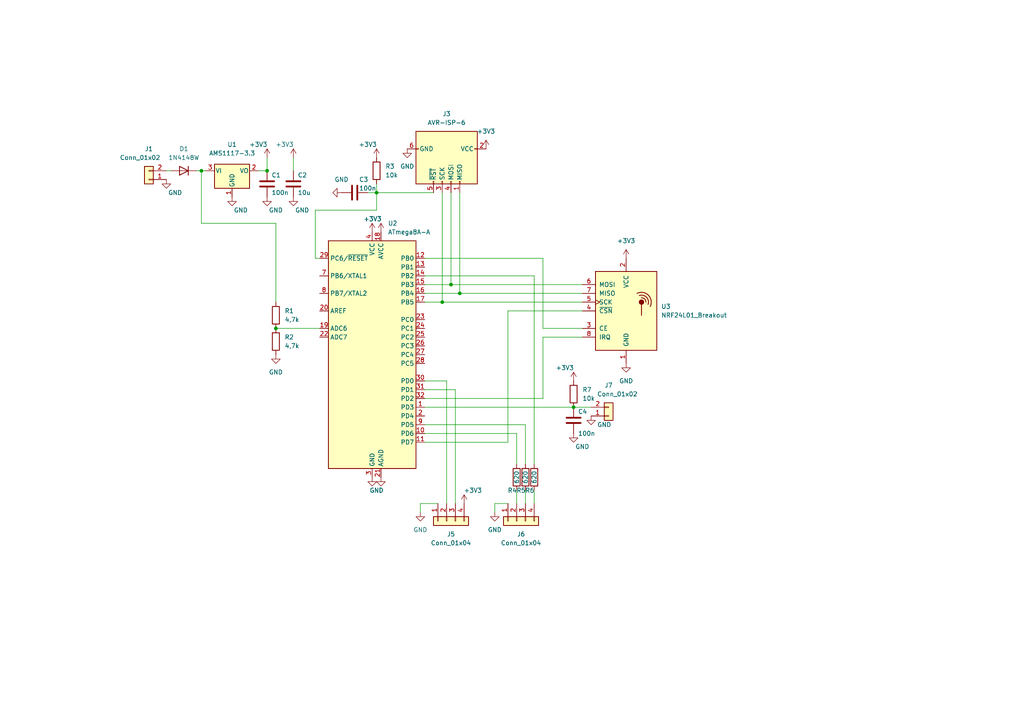
<source format=kicad_sch>
(kicad_sch (version 20211123) (generator eeschema)
  (paper "A4")
  (lib_symbols
    (symbol "Connector:AVR-ISP-6" (pin_names (offset 1.016))
      (property "Reference" "J" (at -6.35 11.43 0))
      (property "Value" "AVR-ISP-6" (at 0 11.43 0))
      (symbol "AVR-ISP-6_0_1"
        (rectangle (start -2.667 -6.858) (end -2.413 -7.62))
        (rectangle (start -2.667 10.16) (end -2.413 9.398))
        (rectangle (start 7.62 -2.413) (end 6.858 -2.667))
        (rectangle (start 7.62 0.127) (end 6.858 -0.127))
        (rectangle (start 7.62 2.667) (end 6.858 2.413))
        (rectangle (start 7.62 5.207) (end 6.858 4.953))
        (rectangle (start 7.62 10.16) (end -7.62 -7.62) (stroke (width 0.254)) (fill (type background)))
      )
      (symbol "AVR-ISP-6_1_1"
        (pin passive line (at 10.16 5.08 180) (length 2.54) (name "MISO") (number "1"))
        (pin passive line (at -2.54 12.7 270) (length 2.54) (name "VCC") (number "2"))
        (pin passive line (at 10.16 0 180) (length 2.54) (name "SCK") (number "3"))
        (pin passive line (at 10.16 2.54 180) (length 2.54) (name "MOSI") (number "4"))
        (pin passive line (at 10.16 -2.54 180) (length 2.54) (name "~{RST}") (number "5"))
        (pin passive line (at -2.54 -10.16 90) (length 2.54) (name "GND") (number "6"))
      )
    )
    (symbol "Connector_Generic:Conn_01x02" (pin_names (offset 1.016) hide)
      (property "Reference" "J" (at 0 2.54 0))
      (property "Value" "Conn_01x02" (at 0 -5.08 0))
      (symbol "Conn_01x02_1_1"
        (rectangle (start -1.27 -2.413) (end 0 -2.667) (stroke (width 0.1524)))
        (rectangle (start -1.27 0.127) (end 0 -0.127) (stroke (width 0.1524)))
        (rectangle (start -1.27 1.27) (end 1.27 -3.81) (stroke (width 0.254)) (fill (type background)))
        (pin passive line (at -5.08 0 0) (length 3.81) (name "Pin_1") (number "1"))
        (pin passive line (at -5.08 -2.54 0) (length 3.81) (name "Pin_2") (number "2"))
      )
    )
    (symbol "Connector_Generic:Conn_01x04" (pin_names (offset 1.016) hide)
      (property "Reference" "J" (at 0 5.08 0))
      (property "Value" "Conn_01x04" (at 0 -7.62 0))
      (symbol "Conn_01x04_1_1"
        (rectangle (start -1.27 -4.953) (end 0 -5.207) (stroke (width 0.1524)))
        (rectangle (start -1.27 -2.413) (end 0 -2.667) (stroke (width 0.1524)))
        (rectangle (start -1.27 0.127) (end 0 -0.127) (stroke (width 0.1524)))
        (rectangle (start -1.27 2.667) (end 0 2.413) (stroke (width 0.1524)))
        (rectangle (start -1.27 3.81) (end 1.27 -6.35) (stroke (width 0.254)) (fill (type background)))
        (pin passive line (at -5.08 2.54 0) (length 3.81) (name "Pin_1") (number "1"))
        (pin passive line (at -5.08 0 0) (length 3.81) (name "Pin_2") (number "2"))
        (pin passive line (at -5.08 -2.54 0) (length 3.81) (name "Pin_3") (number "3"))
        (pin passive line (at -5.08 -5.08 0) (length 3.81) (name "Pin_4") (number "4"))
      )
    )
    (symbol "Device:C" (pin_numbers hide) (pin_names (offset 0.254))
      (property "Reference" "C" (at 0.635 2.54 0))
      (property "Value" "C" (at 0.635 -2.54 0))
      (symbol "C_0_1"
        (polyline (pts (xy -2.032 -0.762) (xy 2.032 -0.762)) (stroke (width 0.508)))
        (polyline (pts (xy -2.032 0.762) (xy 2.032 0.762)) (stroke (width 0.508)))
      )
      (symbol "C_1_1"
        (pin passive line (at 0 3.81 270) (length 2.794) (name "~") (number "1"))
        (pin passive line (at 0 -3.81 90) (length 2.794) (name "~") (number "2"))
      )
    )
    (symbol "Device:R" (pin_numbers hide) (pin_names (offset 0))
      (property "Reference" "R" (at 2.032 0 90))
      (property "Value" "R" (at 0 0 90))
      (symbol "R_0_1"
        (rectangle (start -1.016 -2.54) (end 1.016 2.54) (stroke (width 0.254)))
      )
      (symbol "R_1_1"
        (pin passive line (at 0 3.81 270) (length 1.27) (name "~") (number "1"))
        (pin passive line (at 0 -3.81 90) (length 1.27) (name "~") (number "2"))
      )
    )
    (symbol "Diode:1N4148W" (pin_numbers hide) (pin_names (offset 1.016) hide)
      (property "Reference" "D" (at 0 2.54 0))
      (property "Value" "1N4148W" (at 0 -2.54 0))
      (symbol "1N4148W_0_1"
        (polyline (pts (xy -1.27 1.27) (xy -1.27 -1.27)) (stroke (width 0.254)))
        (polyline (pts (xy 1.27 0) (xy -1.27 0)))
        (polyline (pts (xy 1.27 1.27) (xy 1.27 -1.27) (xy -1.27 0) (xy 1.27 1.27)) (stroke (width 0.254)))
      )
      (symbol "1N4148W_1_1"
        (pin passive line (at -3.81 0 0) (length 2.54) (name "K") (number "1"))
        (pin passive line (at 3.81 0 180) (length 2.54) (name "A") (number "2"))
      )
    )
    (symbol "MCU_Microchip_ATmega:ATmega8A-A"
      (property "Reference" "U" (at -12.7 34.29 0))
      (property "Value" "ATmega8A-A" (at 5.08 -34.29 0))
      (symbol "ATmega8A-A_0_1"
        (rectangle (start -12.7 -33.02) (end 12.7 33.02) (stroke (width 0.254)) (fill (type background)))
      )
      (symbol "ATmega8A-A_1_1"
        (pin bidirectional line (at 15.24 -15.24 180) (length 2.54) (name "PD3") (number "1"))
        (pin bidirectional line (at 15.24 -22.86 180) (length 2.54) (name "PD6") (number "10"))
        (pin bidirectional line (at 15.24 -25.4 180) (length 2.54) (name "PD7") (number "11"))
        (pin bidirectional line (at 15.24 27.94 180) (length 2.54) (name "PB0") (number "12"))
        (pin bidirectional line (at 15.24 25.4 180) (length 2.54) (name "PB1") (number "13"))
        (pin bidirectional line (at 15.24 22.86 180) (length 2.54) (name "PB2") (number "14"))
        (pin bidirectional line (at 15.24 20.32 180) (length 2.54) (name "PB3") (number "15"))
        (pin bidirectional line (at 15.24 17.78 180) (length 2.54) (name "PB4") (number "16"))
        (pin bidirectional line (at 15.24 15.24 180) (length 2.54) (name "PB5") (number "17"))
        (pin power_in line (at 2.54 35.56 270) (length 2.54) (name "AVCC") (number "18"))
        (pin input line (at -15.24 7.62 0) (length 2.54) (name "ADC6") (number "19"))
        (pin bidirectional line (at 15.24 -17.78 180) (length 2.54) (name "PD4") (number "2"))
        (pin passive line (at -15.24 12.7 0) (length 2.54) (name "AREF") (number "20"))
        (pin power_in line (at 2.54 -35.56 90) (length 2.54) (name "AGND") (number "21"))
        (pin input line (at -15.24 5.08 0) (length 2.54) (name "ADC7") (number "22"))
        (pin bidirectional line (at 15.24 10.16 180) (length 2.54) (name "PC0") (number "23"))
        (pin bidirectional line (at 15.24 7.62 180) (length 2.54) (name "PC1") (number "24"))
        (pin bidirectional line (at 15.24 5.08 180) (length 2.54) (name "PC2") (number "25"))
        (pin bidirectional line (at 15.24 2.54 180) (length 2.54) (name "PC3") (number "26"))
        (pin bidirectional line (at 15.24 0 180) (length 2.54) (name "PC4") (number "27"))
        (pin bidirectional line (at 15.24 -2.54 180) (length 2.54) (name "PC5") (number "28"))
        (pin bidirectional line (at -15.24 27.94 0) (length 2.54) (name "PC6/~{RESET}") (number "29"))
        (pin power_in line (at 0 -35.56 90) (length 2.54) (name "GND") (number "3"))
        (pin bidirectional line (at 15.24 -7.62 180) (length 2.54) (name "PD0") (number "30"))
        (pin bidirectional line (at 15.24 -10.16 180) (length 2.54) (name "PD1") (number "31"))
        (pin bidirectional line (at 15.24 -12.7 180) (length 2.54) (name "PD2") (number "32"))
        (pin power_in line (at 0 35.56 270) (length 2.54) (name "VCC") (number "4"))
        (pin passive line (at 0 -35.56 90) (length 2.54) hide (name "GND") (number "5"))
        (pin passive line (at 0 35.56 270) (length 2.54) hide (name "VCC") (number "6"))
        (pin bidirectional line (at -15.24 22.86 0) (length 2.54) (name "PB6/XTAL1") (number "7"))
        (pin bidirectional line (at -15.24 17.78 0) (length 2.54) (name "PB7/XTAL2") (number "8"))
        (pin bidirectional line (at 15.24 -20.32 180) (length 2.54) (name "PD5") (number "9"))
      )
    )
    (symbol "RF:NRF24L01_Breakout" (pin_names (offset 1.016))
      (property "Reference" "U" (at -8.89 12.7 0))
      (property "Value" "NRF24L01_Breakout" (at 3.81 12.7 0))
      (symbol "NRF24L01_Breakout_0_1"
        (rectangle (start -8.89 11.43) (end 8.89 -11.43) (stroke (width 0.254)) (fill (type background)))
        (polyline (pts (xy 4.445 1.905) (xy 4.445 -1.27)) (stroke (width 0.254)))
        (circle (center 4.445 2.54) (radius 0.635) (stroke (width 0.254)) (fill (type outline)))
        (arc (start 5.715 2.54) (mid 5.3559 3.4509) (end 4.445 3.81) (stroke (width 0.254)))
        (arc (start 6.35 1.905) (mid 5.8833 3.9783) (end 3.81 4.445) (stroke (width 0.254)))
        (arc (start 6.985 1.27) (mid 6.453 4.548) (end 3.175 5.08) (stroke (width 0.254)))
      )
      (symbol "NRF24L01_Breakout_1_1"
        (pin power_in line (at 0 -15.24 90) (length 3.81) (name "GND") (number "1"))
        (pin power_in line (at 0 15.24 270) (length 3.81) (name "VCC") (number "2"))
        (pin input line (at -12.7 -5.08 0) (length 3.81) (name "CE") (number "3"))
        (pin input line (at -12.7 0 0) (length 3.81) (name "~{CSN}") (number "4"))
        (pin input clock (at -12.7 2.54 0) (length 3.81) (name "SCK") (number "5"))
        (pin input line (at -12.7 7.62 0) (length 3.81) (name "MOSI") (number "6"))
        (pin output line (at -12.7 5.08 0) (length 3.81) (name "MISO") (number "7"))
        (pin output line (at -12.7 -7.62 0) (length 3.81) (name "IRQ") (number "8"))
      )
    )
    (symbol "Regulator_Linear:AMS1117-3.3" (pin_names (offset 0.254))
      (property "Reference" "U" (at -3.81 3.175 0))
      (property "Value" "AMS1117-3.3" (at 0 3.175 0))
      (symbol "AMS1117-3.3_0_1"
        (rectangle (start -5.08 -5.08) (end 5.08 1.905) (stroke (width 0.254)) (fill (type background)))
      )
      (symbol "AMS1117-3.3_1_1"
        (pin power_in line (at 0 -7.62 90) (length 2.54) (name "GND") (number "1"))
        (pin power_out line (at 7.62 0 180) (length 2.54) (name "VO") (number "2"))
        (pin power_in line (at -7.62 0 0) (length 2.54) (name "VI") (number "3"))
      )
    )
    (symbol "power:+3.3V" (power) (pin_names (offset 0))
      (property "Value" "+3.3V" (at 0 3.556 0))
      (symbol "+3.3V_0_1"
        (polyline (pts (xy -0.762 1.27) (xy 0 2.54)))
        (polyline (pts (xy 0 0) (xy 0 2.54)))
        (polyline (pts (xy 0 2.54) (xy 0.762 1.27)))
      )
      (symbol "+3.3V_1_1"
        (pin power_in line (at 0 0 90) (length 0) hide (name "+3V3") (number "1"))
      )
    )
    (symbol "power:GND" (power) (pin_names (offset 0))
      (property "Value" "GND" (at 0 -3.81 0))
      (symbol "GND_0_1"
        (polyline (pts (xy 0 0) (xy 0 -1.27) (xy 1.27 -1.27) (xy 0 -2.54) (xy -1.27 -1.27) (xy 0 -1.27)))
      )
      (symbol "GND_1_1"
        (pin power_in line (at 0 0 270) (length 0) hide (name "GND") (number "1"))
      )
    )
  )
  (junction (at 133.35 85.09))
  (junction (at 109.22 55.88))
  (junction (at 77.47 49.53))
  (junction (at 80.01 95.25))
  (junction (at 166.37 118.11))
  (junction (at 130.81 82.55))
  (junction (at 58.42 49.53))
  (junction (at 128.27 87.63))
  (wire (pts (xy 168.91 95.25) (xy 157.48 95.25)))
  (wire (pts (xy 147.32 90.17) (xy 147.32 128.27)))
  (wire (pts (xy 123.19 87.63) (xy 128.27 87.63)))
  (wire (pts (xy 132.08 113.03) (xy 132.08 146.05)))
  (wire (pts (xy 123.19 82.55) (xy 130.81 82.55)))
  (wire (pts (xy 74.93 49.53) (xy 77.47 49.53)))
  (wire (pts (xy 123.19 113.03) (xy 132.08 113.03)))
  (wire (pts (xy 152.4 142.24) (xy 152.4 146.05)))
  (wire (pts (xy 123.19 110.49) (xy 129.54 110.49)))
  (wire (pts (xy 80.01 64.77) (xy 58.42 64.77)))
  (wire (pts (xy 130.81 82.55) (xy 168.91 82.55)))
  (wire (pts (xy 168.91 90.17) (xy 147.32 90.17)))
  (wire (pts (xy 143.51 146.05) (xy 147.32 146.05)))
  (wire (pts (xy 152.4 123.19) (xy 152.4 134.62)))
  (wire (pts (xy 80.01 95.25) (xy 92.71 95.25)))
  (wire (pts (xy 128.27 55.88) (xy 128.27 87.63)))
  (wire (pts (xy 123.19 115.57) (xy 157.48 115.57)))
  (wire (pts (xy 49.53 49.53) (xy 48.26 49.53)))
  (wire (pts (xy 109.22 60.96) (xy 109.22 55.88)))
  (wire (pts (xy 58.42 64.77) (xy 58.42 49.53)))
  (wire (pts (xy 109.22 55.88) (xy 125.73 55.88)))
  (wire (pts (xy 133.35 55.88) (xy 133.35 85.09)))
  (wire (pts (xy 133.35 85.09) (xy 168.91 85.09)))
  (wire (pts (xy 149.86 125.73) (xy 149.86 134.62)))
  (wire (pts (xy 130.81 55.88) (xy 130.81 82.55)))
  (wire (pts (xy 109.22 53.34) (xy 109.22 55.88)))
  (wire (pts (xy 123.19 118.11) (xy 166.37 118.11)))
  (wire (pts (xy 157.48 95.25) (xy 157.48 74.93)))
  (wire (pts (xy 154.94 142.24) (xy 154.94 146.05)))
  (wire (pts (xy 157.48 115.57) (xy 157.48 97.79)))
  (wire (pts (xy 91.44 74.93) (xy 91.44 60.96)))
  (wire (pts (xy 166.37 118.11) (xy 171.45 118.11)))
  (wire (pts (xy 121.92 148.59) (xy 121.92 146.05)))
  (wire (pts (xy 123.19 80.01) (xy 154.94 80.01)))
  (wire (pts (xy 57.15 49.53) (xy 58.42 49.53)))
  (wire (pts (xy 147.32 128.27) (xy 123.19 128.27)))
  (wire (pts (xy 91.44 60.96) (xy 109.22 60.96)))
  (wire (pts (xy 106.68 55.88) (xy 109.22 55.88)))
  (wire (pts (xy 58.42 49.53) (xy 59.69 49.53)))
  (wire (pts (xy 157.48 97.79) (xy 168.91 97.79)))
  (wire (pts (xy 128.27 87.63) (xy 168.91 87.63)))
  (wire (pts (xy 129.54 110.49) (xy 129.54 146.05)))
  (wire (pts (xy 123.19 85.09) (xy 133.35 85.09)))
  (wire (pts (xy 77.47 49.53) (xy 77.47 45.72)))
  (wire (pts (xy 123.19 125.73) (xy 149.86 125.73)))
  (wire (pts (xy 157.48 74.93) (xy 123.19 74.93)))
  (wire (pts (xy 91.44 74.93) (xy 92.71 74.93)))
  (wire (pts (xy 123.19 123.19) (xy 152.4 123.19)))
  (wire (pts (xy 143.51 148.59) (xy 143.51 146.05)))
  (wire (pts (xy 85.09 49.53) (xy 85.09 45.72)))
  (wire (pts (xy 121.92 146.05) (xy 127 146.05)))
  (wire (pts (xy 149.86 142.24) (xy 149.86 146.05)))
  (wire (pts (xy 154.94 80.01) (xy 154.94 134.62)))
  (wire (pts (xy 80.01 64.77) (xy 80.01 87.63)))
  (symbol (lib_id "power:GND") (at 121.92 148.59 0) (unit 1)
    (property "Reference" "#PWR015" (effects hide))
    (property "Value" "GND" (at 121.92 153.67 0))
  )
  (symbol (lib_id "power:+3.3V") (at 109.22 45.72 0) (unit 1)
    (property "Reference" "#PWR09" (effects hide))
    (property "Value" "+3.3V" (at 106.68 41.91 0))
  )
  (symbol (lib_id "power:GND") (at 107.95 138.43 0) (unit 1)
    (property "Reference" "#PWR011" (effects hide))
    (property "Value" "GND" (at 109.22 142.24 0))
  )
  (symbol (lib_id "Device:R") (at 80.01 91.44 0) (unit 1)
    (property "Reference" "R1" (at 82.55 90.1699 0) (effects (justify left)))
    (property "Value" "4,7k" (at 82.55 92.7099 0) (effects (justify left)))
    (property "Footprint" "Resistor_SMD:R_0805_2012Metric" (effects hide))
  )
  (symbol (lib_id "power:+3.3V") (at 107.95 67.31 0) (mirror y) (unit 1)
    (property "Reference" "#PWR010" (effects hide))
    (property "Value" "+3.3V" (at 105.41 63.5 0) (effects (justify right)))
  )
  (symbol (lib_id "power:GND") (at 99.06 55.88 270) (unit 1)
    (property "Reference" "#PWR07" (effects hide))
    (property "Value" "GND" (at 99.06 52.07 90))
  )
  (symbol (lib_id "power:+3.3V") (at 181.61 74.93 0) (unit 1)
    (property "Reference" "#PWR022" (effects hide))
    (property "Value" "+3.3V" (at 181.61 69.85 0))
  )
  (symbol (lib_id "Connector_Generic:Conn_01x02") (at 176.53 120.65 0) (mirror x) (unit 1)
    (property "Reference" "J7" (at 176.53 111.76 0))
    (property "Value" "Conn_01x02" (at 179.07 114.3 0))
    (property "Footprint" "Connector_PinHeader_2.54mm:PinHeader_1x02_P2.54mm_Vertical" (effects hide))
  )
  (symbol (lib_id "MCU_Microchip_ATmega:ATmega8A-A") (at 107.95 102.87 0) (unit 1)
    (property "Reference" "U2" (at 112.5094 64.77 0) (effects (justify left)))
    (property "Value" "ATmega8A-A" (at 112.5094 67.31 0) (effects (justify left)))
    (property "Footprint" "Package_QFP:TQFP-32_7x7mm_P0.8mm" (effects hide))
    (property "Datasheet" "http://ww1.microchip.com/downloads/en/DeviceDoc/Microchip%208bit%20mcu%20AVR%20ATmega8A%20data%20sheet%2040001974A.pdf" (effects hide))
  )
  (symbol (lib_id "power:+3.3V") (at 166.37 110.49 0) (unit 1)
    (property "Reference" "#PWR019" (effects hide))
    (property "Value" "+3.3V" (at 163.83 106.68 0))
  )
  (symbol (lib_id "power:GND") (at 85.09 57.15 0) (unit 1)
    (property "Reference" "#PWR06" (effects hide))
    (property "Value" "GND" (at 87.63 60.96 0))
  )
  (symbol (lib_id "power:GND") (at 80.01 102.87 0) (unit 1)
    (property "Reference" "#PWR08" (effects hide))
    (property "Value" "GND" (at 80.01 107.95 0))
  )
  (symbol (lib_id "Connector_Generic:Conn_01x04") (at 129.54 151.13 90) (mirror x) (unit 1)
    (property "Reference" "J5" (at 130.81 154.94 90))
    (property "Value" "Conn_01x04" (at 130.81 157.48 90))
    (property "Footprint" "Connector_PinHeader_2.54mm:PinHeader_1x04_P2.54mm_Vertical" (effects hide))
  )
  (symbol (lib_id "power:GND") (at 181.61 105.41 0) (unit 1)
    (property "Reference" "#PWR023" (effects hide))
    (property "Value" "GND" (at 181.61 110.49 0))
  )
  (symbol (lib_id "Device:R") (at 80.01 99.06 0) (unit 1)
    (property "Reference" "R2" (at 82.55 97.7899 0) (effects (justify left)))
    (property "Value" "4,7k" (at 82.55 100.3299 0) (effects (justify left)))
    (property "Footprint" "Resistor_SMD:R_0805_2012Metric" (effects hide))
  )
  (symbol (lib_id "Device:R") (at 154.94 138.43 180) (unit 1)
    (property "Reference" "R6" (at 153.67 142.24 0))
    (property "Value" "620" (at 154.94 138.43 90))
    (property "Footprint" "Resistor_SMD:R_0603_1608Metric" (effects hide))
  )
  (symbol (lib_id "Device:R") (at 149.86 138.43 180) (unit 1)
    (property "Reference" "R4" (at 148.59 142.24 0))
    (property "Value" "620" (at 149.86 138.43 90))
    (property "Footprint" "Resistor_SMD:R_0603_1608Metric" (effects hide))
  )
  (symbol (lib_id "power:GND") (at 67.31 57.15 0) (unit 1)
    (property "Reference" "#PWR02" (effects hide))
    (property "Value" "GND" (at 69.85 60.96 0))
  )
  (symbol (lib_id "power:GND") (at 143.51 148.59 0) (unit 1)
    (property "Reference" "#PWR018" (effects hide))
    (property "Value" "GND" (at 143.51 153.67 0))
  )
  (symbol (lib_id "power:+3.3V") (at 134.62 146.05 0) (unit 1)
    (property "Reference" "#PWR017" (effects hide))
    (property "Value" "+3.3V" (at 137.16 142.24 0))
  )
  (symbol (lib_id "power:+3.3V") (at 85.09 45.72 0) (unit 1)
    (property "Reference" "#PWR05" (effects hide))
    (property "Value" "+3.3V" (at 82.55 41.91 0))
  )
  (symbol (lib_id "Connector:AVR-ISP-6") (at 128.27 45.72 270) (unit 1)
    (property "Reference" "J3" (at 129.54 33.02 90))
    (property "Value" "AVR-ISP-6" (at 129.54 35.56 90))
    (property "Footprint" "Connector_PinHeader_2.54mm:PinHeader_2x03_P2.54mm_Vertical" (effects hide))
    (property "Datasheet" " ~" (effects hide))
  )
  (symbol (lib_id "Device:C") (at 102.87 55.88 270) (unit 1)
    (property "Reference" "C3" (at 104.14 52.07 90) (effects (justify left)))
    (property "Value" "100n" (at 104.14 54.61 90) (effects (justify left)))
    (property "Footprint" "Capacitor_SMD:C_0805_2012Metric" (effects hide))
  )
  (symbol (lib_id "power:+3.3V") (at 110.49 67.31 0) (mirror y) (unit 1)
    (property "Reference" "#PWR012" (effects hide))
    (property "Value" "+3.3V" (at 105.41 63.5 0) (effects (justify right)))
  )
  (symbol (lib_id "power:GND") (at 48.26 52.07 0) (unit 1)
    (property "Reference" "#PWR01" (effects hide))
    (property "Value" "GND" (at 50.8 55.88 0))
  )
  (symbol (lib_id "Device:C") (at 85.09 53.34 0) (unit 1)
    (property "Reference" "C2" (at 86.36 50.8 0) (effects (justify left)))
    (property "Value" "10u" (at 86.36 55.88 0) (effects (justify left)))
    (property "Footprint" "Capacitor_SMD:C_0805_2012Metric" (effects hide))
  )
  (symbol (lib_id "Regulator_Linear:AMS1117-3.3") (at 67.31 49.53 0) (unit 1)
    (property "Reference" "U1" (at 67.31 41.91 0))
    (property "Value" "AMS1117-3.3" (at 67.31 44.45 0))
    (property "Footprint" "Package_TO_SOT_SMD:SOT-223-3_TabPin2" (effects hide))
    (property "Datasheet" "http://www.advanced-monolithic.com/pdf/ds1117.pdf" (effects hide))
  )
  (symbol (lib_id "power:GND") (at 77.47 57.15 0) (unit 1)
    (property "Reference" "#PWR04" (effects hide))
    (property "Value" "GND" (at 80.01 60.96 0))
  )
  (symbol (lib_id "Device:C") (at 77.47 53.34 0) (unit 1)
    (property "Reference" "C1" (at 78.74 50.8 0) (effects (justify left)))
    (property "Value" "100n" (at 78.74 55.88 0) (effects (justify left)))
    (property "Footprint" "Capacitor_SMD:C_0805_2012Metric" (effects hide))
  )
  (symbol (lib_id "Device:C") (at 166.37 121.92 0) (unit 1)
    (property "Reference" "C4" (at 167.64 119.38 0) (effects (justify left)))
    (property "Value" "100n" (at 167.64 125.73 0) (effects (justify left)))
    (property "Footprint" "Capacitor_SMD:C_0805_2012Metric" (effects hide))
  )
  (symbol (lib_id "power:GND") (at 166.37 125.73 0) (unit 1)
    (property "Reference" "#PWR020" (effects hide))
    (property "Value" "GND" (at 168.91 129.54 0))
  )
  (symbol (lib_id "Diode:1N4148W") (at 53.34 49.53 180) (unit 1)
    (property "Reference" "D1" (at 53.34 43.18 0))
    (property "Value" "1N4148W" (at 53.34 45.72 0))
    (property "Footprint" "Diode_SMD:D_SOD-123" (effects hide))
    (property "Datasheet" "https://www.vishay.com/docs/85748/1n4148w.pdf" (effects hide))
  )
  (symbol (lib_id "Device:R") (at 109.22 49.53 0) (unit 1)
    (property "Reference" "R3" (at 111.76 48.2599 0) (effects (justify left)))
    (property "Value" "10k" (at 111.76 50.7999 0) (effects (justify left)))
    (property "Footprint" "Resistor_SMD:R_0805_2012Metric" (effects hide))
  )
  (symbol (lib_id "power:+3.3V") (at 140.97 43.18 0) (unit 1)
    (property "Reference" "#PWR016" (effects hide))
    (property "Value" "+3.3V" (at 140.97 38.1 0))
  )
  (symbol (lib_id "power:GND") (at 171.45 120.65 0) (mirror y) (unit 1)
    (property "Reference" "#PWR021" (effects hide))
    (property "Value" "GND" (at 175.26 123.19 0))
  )
  (symbol (lib_id "power:GND") (at 110.49 138.43 0) (unit 1)
    (property "Reference" "#PWR013" (effects hide))
    (property "Value" "GND" (at 109.22 142.24 0))
  )
  (symbol (lib_id "Connector_Generic:Conn_01x04") (at 149.86 151.13 90) (mirror x) (unit 1)
    (property "Reference" "J6" (at 151.13 154.94 90))
    (property "Value" "Conn_01x04" (at 151.13 157.48 90))
    (property "Footprint" "Connector_PinHeader_2.54mm:PinHeader_1x04_P2.54mm_Vertical" (effects hide))
  )
  (symbol (lib_id "Connector_Generic:Conn_01x02") (at 43.18 52.07 180) (unit 1)
    (property "Reference" "J1" (at 43.18 43.18 0))
    (property "Value" "Conn_01x02" (at 40.64 45.72 0))
    (property "Footprint" "Connector_PinHeader_2.54mm:PinHeader_1x02_P2.54mm_Vertical" (effects hide))
  )
  (symbol (lib_id "power:+3.3V") (at 77.47 45.72 0) (unit 1)
    (property "Reference" "#PWR03" (effects hide))
    (property "Value" "+3.3V" (at 74.93 41.91 0))
  )
  (symbol (lib_id "Device:R") (at 152.4 138.43 180) (unit 1)
    (property "Reference" "R5" (at 151.13 142.24 0))
    (property "Value" "620" (at 152.4 138.43 90))
    (property "Footprint" "Resistor_SMD:R_0603_1608Metric" (effects hide))
  )
  (symbol (lib_id "Device:R") (at 166.37 114.3 0) (unit 1)
    (property "Reference" "R7" (at 168.91 113.0299 0) (effects (justify left)))
    (property "Value" "10k" (at 168.91 115.5699 0) (effects (justify left)))
    (property "Footprint" "Resistor_SMD:R_0805_2012Metric" (effects hide))
  )
  (symbol (lib_id "RF:NRF24L01_Breakout") (at 181.61 90.17 0) (unit 1)
    (property "Reference" "U3" (at 191.77 88.8999 0) (effects (justify left)))
    (property "Value" "NRF24L01_Breakout" (at 191.77 91.4399 0) (effects (justify left)))
    (property "Footprint" "RF_Module:nRF24L01_Breakout" (effects hide))
    (property "Datasheet" "http://www.nordicsemi.com/eng/content/download/2730/34105/file/nRF24L01_Product_Specification_v2_0.pdf" (effects hide))
  )
  (symbol (lib_id "power:GND") (at 118.11 43.18 0) (unit 1)
    (property "Reference" "#PWR014" (effects hide))
    (property "Value" "GND" (at 118.11 48.26 0))
  )
)
</source>
